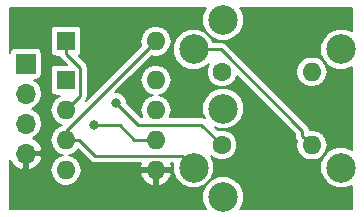
<source format=gbr>
G04 #@! TF.GenerationSoftware,KiCad,Pcbnew,(5.0.2)-1*
G04 #@! TF.CreationDate,2019-05-06T18:27:32+02:00*
G04 #@! TF.ProjectId,VolcaModularMidi,566f6c63-614d-46f6-9475-6c61724d6964,rev?*
G04 #@! TF.SameCoordinates,Original*
G04 #@! TF.FileFunction,Copper,L2,Bot*
G04 #@! TF.FilePolarity,Positive*
%FSLAX46Y46*%
G04 Gerber Fmt 4.6, Leading zero omitted, Abs format (unit mm)*
G04 Created by KiCad (PCBNEW (5.0.2)-1) date 06/05/2019 18:27:32*
%MOMM*%
%LPD*%
G01*
G04 APERTURE LIST*
G04 #@! TA.AperFunction,ComponentPad*
%ADD10R,1.700000X1.700000*%
G04 #@! TD*
G04 #@! TA.AperFunction,ComponentPad*
%ADD11O,1.700000X1.700000*%
G04 #@! TD*
G04 #@! TA.AperFunction,ComponentPad*
%ADD12R,1.600000X1.600000*%
G04 #@! TD*
G04 #@! TA.AperFunction,ComponentPad*
%ADD13O,1.600000X1.600000*%
G04 #@! TD*
G04 #@! TA.AperFunction,ComponentPad*
%ADD14C,1.600000*%
G04 #@! TD*
G04 #@! TA.AperFunction,ComponentPad*
%ADD15C,2.499360*%
G04 #@! TD*
G04 #@! TA.AperFunction,ViaPad*
%ADD16C,0.800000*%
G04 #@! TD*
G04 #@! TA.AperFunction,Conductor*
%ADD17C,0.250000*%
G04 #@! TD*
G04 #@! TA.AperFunction,Conductor*
%ADD18C,0.200000*%
G04 #@! TD*
G04 APERTURE END LIST*
D10*
G04 #@! TO.P,J1,1*
G04 #@! TO.N,RX*
X118861596Y-111813550D03*
D11*
G04 #@! TO.P,J1,2*
G04 #@! TO.N,TX*
X118861596Y-114353550D03*
G04 #@! TO.P,J1,3*
G04 #@! TO.N,VCC*
X118861596Y-116893550D03*
G04 #@! TO.P,J1,4*
G04 #@! TO.N,GND*
X118861596Y-119433550D03*
G04 #@! TD*
D12*
G04 #@! TO.P,U1,1*
G04 #@! TO.N,Net-(U1-Pad1)*
X122261596Y-113213550D03*
D13*
G04 #@! TO.P,U1,5*
G04 #@! TO.N,GND*
X129881596Y-120833550D03*
G04 #@! TO.P,U1,2*
G04 #@! TO.N,Net-(D1-Pad1)*
X122261596Y-115753550D03*
G04 #@! TO.P,U1,6*
G04 #@! TO.N,RX*
X129881596Y-118293550D03*
G04 #@! TO.P,U1,3*
G04 #@! TO.N,Net-(D1-Pad2)*
X122261596Y-118293550D03*
G04 #@! TO.P,U1,7*
G04 #@! TO.N,Net-(U1-Pad7)*
X129881596Y-115753550D03*
G04 #@! TO.P,U1,4*
G04 #@! TO.N,Net-(U1-Pad4)*
X122261596Y-120833550D03*
G04 #@! TO.P,U1,8*
G04 #@! TO.N,VCC*
X129881596Y-113213550D03*
G04 #@! TD*
G04 #@! TO.P,R2,2*
G04 #@! TO.N,RX*
X143081596Y-112513550D03*
D14*
G04 #@! TO.P,R2,1*
G04 #@! TO.N,VCC*
X135461596Y-112513550D03*
G04 #@! TD*
G04 #@! TO.P,R1,1*
G04 #@! TO.N,Net-(D1-Pad1)*
X135461596Y-118713550D03*
D13*
G04 #@! TO.P,R1,2*
G04 #@! TO.N,Net-(J2-Pad4)*
X143081596Y-118713550D03*
G04 #@! TD*
D15*
G04 #@! TO.P,J2,3*
G04 #@! TO.N,Net-(J2-Pad3)*
X135564396Y-123111630D03*
G04 #@! TO.P,J2,4*
G04 #@! TO.N,Net-(J2-Pad4)*
X133062496Y-110617370D03*
G04 #@! TO.P,J2,2*
G04 #@! TO.N,Net-(J2-Pad2)*
X135561856Y-115613550D03*
G04 #@! TO.P,J2,1*
G04 #@! TO.N,Net-(J2-Pad1)*
X135564396Y-108115470D03*
G04 #@! TO.P,J2,5*
G04 #@! TO.N,Net-(D1-Pad2)*
X133062496Y-120609730D03*
G04 #@! TO.P,J2,*
G04 #@! TO.N,*
X145559296Y-110612290D03*
X145559296Y-120614810D03*
G04 #@! TD*
D12*
G04 #@! TO.P,D1,1*
G04 #@! TO.N,Net-(D1-Pad1)*
X122261596Y-109913550D03*
D13*
G04 #@! TO.P,D1,2*
G04 #@! TO.N,Net-(D1-Pad2)*
X129881596Y-109913550D03*
G04 #@! TD*
D16*
G04 #@! TO.N,Net-(D1-Pad1)*
X126500000Y-115150000D03*
G04 #@! TO.N,RX*
X124600000Y-117050000D03*
G04 #@! TD*
D17*
G04 #@! TO.N,Net-(D1-Pad1)*
X123061595Y-114953551D02*
X122261596Y-115753550D01*
X123486597Y-114528549D02*
X123061595Y-114953551D01*
X123486597Y-112188551D02*
X123486597Y-114528549D01*
X122261596Y-110963550D02*
X123486597Y-112188551D01*
X122261596Y-109913550D02*
X122261596Y-110963550D01*
X133726597Y-116978551D02*
X128328551Y-116978551D01*
X135461596Y-118713550D02*
X133726597Y-116978551D01*
X128328551Y-116978551D02*
X126500000Y-115150000D01*
X126500000Y-115150000D02*
X126500000Y-115150000D01*
G04 #@! TO.N,Net-(D1-Pad2)*
X122261596Y-117533550D02*
X122261596Y-118293550D01*
X129881596Y-109913550D02*
X122261596Y-117533550D01*
X132061315Y-119608549D02*
X133062496Y-120609730D01*
X124707965Y-119608549D02*
X132061315Y-119608549D01*
X123392966Y-118293550D02*
X124707965Y-119608549D01*
X122261596Y-118293550D02*
X123392966Y-118293550D01*
G04 #@! TO.N,Net-(J2-Pad4)*
X134829810Y-110617370D02*
X133062496Y-110617370D01*
X135378418Y-110617370D02*
X134829810Y-110617370D01*
X142281597Y-117520549D02*
X135378418Y-110617370D01*
X142281597Y-117913551D02*
X142281597Y-117520549D01*
X143081596Y-118713550D02*
X142281597Y-117913551D01*
G04 #@! TO.N,RX*
X124600000Y-117050000D02*
X126800000Y-117050000D01*
X128043550Y-118293550D02*
X129881596Y-118293550D01*
X126800000Y-117050000D02*
X128043550Y-118293550D01*
G04 #@! TD*
D18*
G04 #@! TO.N,GND*
G36*
X134081089Y-107124356D02*
X133814716Y-107767437D01*
X133814716Y-108463503D01*
X134081089Y-109106584D01*
X134573282Y-109598777D01*
X135216363Y-109865150D01*
X135912429Y-109865150D01*
X136555510Y-109598777D01*
X137047703Y-109106584D01*
X137314076Y-108463503D01*
X137314076Y-107767437D01*
X137047703Y-107124356D01*
X136986897Y-107063550D01*
X146451597Y-107063550D01*
X146451597Y-109088053D01*
X145907329Y-108862610D01*
X145211263Y-108862610D01*
X144568182Y-109128983D01*
X144075989Y-109621176D01*
X143809616Y-110264257D01*
X143809616Y-110960323D01*
X144075989Y-111603404D01*
X144568182Y-112095597D01*
X145211263Y-112361970D01*
X145907329Y-112361970D01*
X146451597Y-112136527D01*
X146451596Y-119090573D01*
X145907329Y-118865130D01*
X145211263Y-118865130D01*
X144568182Y-119131503D01*
X144075989Y-119623696D01*
X143809616Y-120266777D01*
X143809616Y-120962843D01*
X144075989Y-121605924D01*
X144568182Y-122098117D01*
X145211263Y-122364490D01*
X145907329Y-122364490D01*
X146451596Y-122139047D01*
X146451596Y-124163550D01*
X136986897Y-124163550D01*
X137047703Y-124102744D01*
X137314076Y-123459663D01*
X137314076Y-122763597D01*
X137047703Y-122120516D01*
X136555510Y-121628323D01*
X135912429Y-121361950D01*
X135216363Y-121361950D01*
X134573282Y-121628323D01*
X134081089Y-122120516D01*
X133814716Y-122763597D01*
X133814716Y-123459663D01*
X134081089Y-124102744D01*
X134141895Y-124163550D01*
X117511596Y-124163550D01*
X117511596Y-119952263D01*
X117598119Y-120161166D01*
X117972742Y-120589291D01*
X118482685Y-120841465D01*
X118707596Y-120731406D01*
X118707596Y-119587550D01*
X119015596Y-119587550D01*
X119015596Y-120731406D01*
X119240507Y-120841465D01*
X119750450Y-120589291D01*
X120125073Y-120161166D01*
X120269499Y-119812460D01*
X120158485Y-119587550D01*
X119015596Y-119587550D01*
X118707596Y-119587550D01*
X118687596Y-119587550D01*
X118687596Y-119279550D01*
X118707596Y-119279550D01*
X118707596Y-119259550D01*
X119015596Y-119259550D01*
X119015596Y-119279550D01*
X120158485Y-119279550D01*
X120269499Y-119054640D01*
X120125073Y-118705934D01*
X119750450Y-118277809D01*
X119445519Y-118127016D01*
X119834892Y-117866846D01*
X120133268Y-117420294D01*
X120238044Y-116893550D01*
X120133268Y-116366806D01*
X119834892Y-115920254D01*
X119585402Y-115753550D01*
X120936128Y-115753550D01*
X121037023Y-116260785D01*
X121324349Y-116690797D01*
X121754361Y-116978123D01*
X121903480Y-117007784D01*
X121864119Y-117047145D01*
X121754361Y-117068977D01*
X121324349Y-117356303D01*
X121037023Y-117786315D01*
X120936128Y-118293550D01*
X121037023Y-118800785D01*
X121324349Y-119230797D01*
X121754361Y-119518123D01*
X121982738Y-119563550D01*
X121754361Y-119608977D01*
X121324349Y-119896303D01*
X121037023Y-120326315D01*
X120936128Y-120833550D01*
X121037023Y-121340785D01*
X121324349Y-121770797D01*
X121754361Y-122058123D01*
X122133559Y-122133550D01*
X122389633Y-122133550D01*
X122768831Y-122058123D01*
X123198843Y-121770797D01*
X123486169Y-121340785D01*
X123513259Y-121204592D01*
X128523365Y-121204592D01*
X128658805Y-121531606D01*
X129019019Y-121946411D01*
X129510552Y-122191793D01*
X129727596Y-122081115D01*
X129727596Y-120987550D01*
X130035596Y-120987550D01*
X130035596Y-122081115D01*
X130252640Y-122191793D01*
X130744173Y-121946411D01*
X131104387Y-121531606D01*
X131239827Y-121204592D01*
X131128119Y-120987550D01*
X130035596Y-120987550D01*
X129727596Y-120987550D01*
X128635073Y-120987550D01*
X128523365Y-121204592D01*
X123513259Y-121204592D01*
X123587064Y-120833550D01*
X123486169Y-120326315D01*
X123198843Y-119896303D01*
X122768831Y-119608977D01*
X122540454Y-119563550D01*
X122768831Y-119518123D01*
X123198843Y-119230797D01*
X123297973Y-119082439D01*
X124222496Y-120006964D01*
X124257365Y-120059149D01*
X124464102Y-120197286D01*
X124646410Y-120233549D01*
X124707964Y-120245793D01*
X124769518Y-120233549D01*
X128618193Y-120233549D01*
X128523365Y-120462508D01*
X128635073Y-120679550D01*
X129727596Y-120679550D01*
X129727596Y-120659550D01*
X130035596Y-120659550D01*
X130035596Y-120679550D01*
X131128119Y-120679550D01*
X131239827Y-120462508D01*
X131144999Y-120233549D01*
X131324475Y-120233549D01*
X131312816Y-120261697D01*
X131312816Y-120957763D01*
X131579189Y-121600844D01*
X132071382Y-122093037D01*
X132714463Y-122359410D01*
X133410529Y-122359410D01*
X134053610Y-122093037D01*
X134545803Y-121600844D01*
X134812176Y-120957763D01*
X134812176Y-120261697D01*
X134558262Y-119648694D01*
X134725205Y-119815637D01*
X135203010Y-120013550D01*
X135720182Y-120013550D01*
X136197987Y-119815637D01*
X136563683Y-119449941D01*
X136761596Y-118972136D01*
X136761596Y-118454964D01*
X136563683Y-117977159D01*
X136197987Y-117611463D01*
X135720182Y-117413550D01*
X135203010Y-117413550D01*
X135091618Y-117459690D01*
X134840539Y-117208611D01*
X135213823Y-117363230D01*
X135909889Y-117363230D01*
X136552970Y-117096857D01*
X137045163Y-116604664D01*
X137311536Y-115961583D01*
X137311536Y-115265517D01*
X137045163Y-114622436D01*
X136552970Y-114130243D01*
X135909889Y-113863870D01*
X135213823Y-113863870D01*
X134570742Y-114130243D01*
X134078549Y-114622436D01*
X133812176Y-115265517D01*
X133812176Y-115961583D01*
X133996863Y-116407456D01*
X133970460Y-116389814D01*
X133788152Y-116353551D01*
X133726597Y-116341307D01*
X133665042Y-116353551D01*
X131044184Y-116353551D01*
X131106169Y-116260785D01*
X131207064Y-115753550D01*
X131106169Y-115246315D01*
X130818843Y-114816303D01*
X130388831Y-114528977D01*
X130160454Y-114483550D01*
X130388831Y-114438123D01*
X130818843Y-114150797D01*
X131106169Y-113720785D01*
X131207064Y-113213550D01*
X131106169Y-112706315D01*
X130818843Y-112276303D01*
X130388831Y-111988977D01*
X130009633Y-111913550D01*
X129753559Y-111913550D01*
X129374361Y-111988977D01*
X128944349Y-112276303D01*
X128657023Y-112706315D01*
X128556128Y-113213550D01*
X128657023Y-113720785D01*
X128944349Y-114150797D01*
X129374361Y-114438123D01*
X129602738Y-114483550D01*
X129374361Y-114528977D01*
X128944349Y-114816303D01*
X128657023Y-115246315D01*
X128556128Y-115753550D01*
X128657023Y-116260785D01*
X128719008Y-116353551D01*
X128587434Y-116353551D01*
X127400000Y-115166118D01*
X127400000Y-114970979D01*
X127262983Y-114640191D01*
X127009809Y-114387017D01*
X126679021Y-114250000D01*
X126429029Y-114250000D01*
X129513275Y-111165755D01*
X129753559Y-111213550D01*
X130009633Y-111213550D01*
X130388831Y-111138123D01*
X130818843Y-110850797D01*
X131106169Y-110420785D01*
X131136293Y-110269337D01*
X131312816Y-110269337D01*
X131312816Y-110965403D01*
X131579189Y-111608484D01*
X132071382Y-112100677D01*
X132714463Y-112367050D01*
X133410529Y-112367050D01*
X134053610Y-112100677D01*
X134347051Y-111807236D01*
X134161596Y-112254964D01*
X134161596Y-112772136D01*
X134359509Y-113249941D01*
X134725205Y-113615637D01*
X135203010Y-113813550D01*
X135720182Y-113813550D01*
X136197987Y-113615637D01*
X136563683Y-113249941D01*
X136728706Y-112851540D01*
X141656597Y-117779433D01*
X141656597Y-117851996D01*
X141644353Y-117913551D01*
X141666648Y-118025635D01*
X141692860Y-118157413D01*
X141826859Y-118357958D01*
X141756128Y-118713550D01*
X141857023Y-119220785D01*
X142144349Y-119650797D01*
X142574361Y-119938123D01*
X142953559Y-120013550D01*
X143209633Y-120013550D01*
X143588831Y-119938123D01*
X144018843Y-119650797D01*
X144306169Y-119220785D01*
X144407064Y-118713550D01*
X144306169Y-118206315D01*
X144018843Y-117776303D01*
X143588831Y-117488977D01*
X143209633Y-117413550D01*
X142953559Y-117413550D01*
X142899689Y-117424265D01*
X142898899Y-117420294D01*
X142870334Y-117276686D01*
X142732197Y-117069949D01*
X142680012Y-117035080D01*
X138158481Y-112513550D01*
X141756128Y-112513550D01*
X141857023Y-113020785D01*
X142144349Y-113450797D01*
X142574361Y-113738123D01*
X142953559Y-113813550D01*
X143209633Y-113813550D01*
X143588831Y-113738123D01*
X144018843Y-113450797D01*
X144306169Y-113020785D01*
X144407064Y-112513550D01*
X144306169Y-112006315D01*
X144018843Y-111576303D01*
X143588831Y-111288977D01*
X143209633Y-111213550D01*
X142953559Y-111213550D01*
X142574361Y-111288977D01*
X142144349Y-111576303D01*
X141857023Y-112006315D01*
X141756128Y-112513550D01*
X138158481Y-112513550D01*
X135863890Y-110218960D01*
X135829018Y-110166770D01*
X135622281Y-110028633D01*
X135439973Y-109992370D01*
X135378418Y-109980126D01*
X135316863Y-109992370D01*
X134697452Y-109992370D01*
X134545803Y-109626256D01*
X134053610Y-109134063D01*
X133410529Y-108867690D01*
X132714463Y-108867690D01*
X132071382Y-109134063D01*
X131579189Y-109626256D01*
X131312816Y-110269337D01*
X131136293Y-110269337D01*
X131207064Y-109913550D01*
X131106169Y-109406315D01*
X130818843Y-108976303D01*
X130388831Y-108688977D01*
X130009633Y-108613550D01*
X129753559Y-108613550D01*
X129374361Y-108688977D01*
X128944349Y-108976303D01*
X128657023Y-109406315D01*
X128556128Y-109913550D01*
X128629391Y-110281871D01*
X123947432Y-114963832D01*
X124075334Y-114772412D01*
X124111597Y-114590104D01*
X124123841Y-114528549D01*
X124111597Y-114466994D01*
X124111597Y-112250105D01*
X124123841Y-112188550D01*
X124075334Y-111944688D01*
X124047983Y-111903755D01*
X123937197Y-111737951D01*
X123885010Y-111703081D01*
X123322495Y-111140567D01*
X123422076Y-111074030D01*
X123532585Y-110908640D01*
X123571391Y-110713550D01*
X123571391Y-109113550D01*
X123532585Y-108918460D01*
X123422076Y-108753070D01*
X123256686Y-108642561D01*
X123061596Y-108603755D01*
X121461596Y-108603755D01*
X121266506Y-108642561D01*
X121101116Y-108753070D01*
X120990607Y-108918460D01*
X120951801Y-109113550D01*
X120951801Y-110713550D01*
X120990607Y-110908640D01*
X121101116Y-111074030D01*
X121266506Y-111184539D01*
X121461596Y-111223345D01*
X121683505Y-111223345D01*
X121810997Y-111414150D01*
X121863184Y-111449020D01*
X122317919Y-111903755D01*
X121461596Y-111903755D01*
X121266506Y-111942561D01*
X121101116Y-112053070D01*
X120990607Y-112218460D01*
X120951801Y-112413550D01*
X120951801Y-114013550D01*
X120990607Y-114208640D01*
X121101116Y-114374030D01*
X121266506Y-114484539D01*
X121461596Y-114523345D01*
X121782675Y-114523345D01*
X121754361Y-114528977D01*
X121324349Y-114816303D01*
X121037023Y-115246315D01*
X120936128Y-115753550D01*
X119585402Y-115753550D01*
X119390842Y-115623550D01*
X119834892Y-115326846D01*
X120133268Y-114880294D01*
X120238044Y-114353550D01*
X120133268Y-113826806D01*
X119834892Y-113380254D01*
X119525230Y-113173345D01*
X119711596Y-113173345D01*
X119906686Y-113134539D01*
X120072076Y-113024030D01*
X120182585Y-112858640D01*
X120221391Y-112663550D01*
X120221391Y-110963550D01*
X120182585Y-110768460D01*
X120072076Y-110603070D01*
X119906686Y-110492561D01*
X119711596Y-110453755D01*
X118011596Y-110453755D01*
X117816506Y-110492561D01*
X117651116Y-110603070D01*
X117540607Y-110768460D01*
X117511596Y-110914307D01*
X117511596Y-107063550D01*
X134141895Y-107063550D01*
X134081089Y-107124356D01*
X134081089Y-107124356D01*
G37*
X134081089Y-107124356D02*
X133814716Y-107767437D01*
X133814716Y-108463503D01*
X134081089Y-109106584D01*
X134573282Y-109598777D01*
X135216363Y-109865150D01*
X135912429Y-109865150D01*
X136555510Y-109598777D01*
X137047703Y-109106584D01*
X137314076Y-108463503D01*
X137314076Y-107767437D01*
X137047703Y-107124356D01*
X136986897Y-107063550D01*
X146451597Y-107063550D01*
X146451597Y-109088053D01*
X145907329Y-108862610D01*
X145211263Y-108862610D01*
X144568182Y-109128983D01*
X144075989Y-109621176D01*
X143809616Y-110264257D01*
X143809616Y-110960323D01*
X144075989Y-111603404D01*
X144568182Y-112095597D01*
X145211263Y-112361970D01*
X145907329Y-112361970D01*
X146451597Y-112136527D01*
X146451596Y-119090573D01*
X145907329Y-118865130D01*
X145211263Y-118865130D01*
X144568182Y-119131503D01*
X144075989Y-119623696D01*
X143809616Y-120266777D01*
X143809616Y-120962843D01*
X144075989Y-121605924D01*
X144568182Y-122098117D01*
X145211263Y-122364490D01*
X145907329Y-122364490D01*
X146451596Y-122139047D01*
X146451596Y-124163550D01*
X136986897Y-124163550D01*
X137047703Y-124102744D01*
X137314076Y-123459663D01*
X137314076Y-122763597D01*
X137047703Y-122120516D01*
X136555510Y-121628323D01*
X135912429Y-121361950D01*
X135216363Y-121361950D01*
X134573282Y-121628323D01*
X134081089Y-122120516D01*
X133814716Y-122763597D01*
X133814716Y-123459663D01*
X134081089Y-124102744D01*
X134141895Y-124163550D01*
X117511596Y-124163550D01*
X117511596Y-119952263D01*
X117598119Y-120161166D01*
X117972742Y-120589291D01*
X118482685Y-120841465D01*
X118707596Y-120731406D01*
X118707596Y-119587550D01*
X119015596Y-119587550D01*
X119015596Y-120731406D01*
X119240507Y-120841465D01*
X119750450Y-120589291D01*
X120125073Y-120161166D01*
X120269499Y-119812460D01*
X120158485Y-119587550D01*
X119015596Y-119587550D01*
X118707596Y-119587550D01*
X118687596Y-119587550D01*
X118687596Y-119279550D01*
X118707596Y-119279550D01*
X118707596Y-119259550D01*
X119015596Y-119259550D01*
X119015596Y-119279550D01*
X120158485Y-119279550D01*
X120269499Y-119054640D01*
X120125073Y-118705934D01*
X119750450Y-118277809D01*
X119445519Y-118127016D01*
X119834892Y-117866846D01*
X120133268Y-117420294D01*
X120238044Y-116893550D01*
X120133268Y-116366806D01*
X119834892Y-115920254D01*
X119585402Y-115753550D01*
X120936128Y-115753550D01*
X121037023Y-116260785D01*
X121324349Y-116690797D01*
X121754361Y-116978123D01*
X121903480Y-117007784D01*
X121864119Y-117047145D01*
X121754361Y-117068977D01*
X121324349Y-117356303D01*
X121037023Y-117786315D01*
X120936128Y-118293550D01*
X121037023Y-118800785D01*
X121324349Y-119230797D01*
X121754361Y-119518123D01*
X121982738Y-119563550D01*
X121754361Y-119608977D01*
X121324349Y-119896303D01*
X121037023Y-120326315D01*
X120936128Y-120833550D01*
X121037023Y-121340785D01*
X121324349Y-121770797D01*
X121754361Y-122058123D01*
X122133559Y-122133550D01*
X122389633Y-122133550D01*
X122768831Y-122058123D01*
X123198843Y-121770797D01*
X123486169Y-121340785D01*
X123513259Y-121204592D01*
X128523365Y-121204592D01*
X128658805Y-121531606D01*
X129019019Y-121946411D01*
X129510552Y-122191793D01*
X129727596Y-122081115D01*
X129727596Y-120987550D01*
X130035596Y-120987550D01*
X130035596Y-122081115D01*
X130252640Y-122191793D01*
X130744173Y-121946411D01*
X131104387Y-121531606D01*
X131239827Y-121204592D01*
X131128119Y-120987550D01*
X130035596Y-120987550D01*
X129727596Y-120987550D01*
X128635073Y-120987550D01*
X128523365Y-121204592D01*
X123513259Y-121204592D01*
X123587064Y-120833550D01*
X123486169Y-120326315D01*
X123198843Y-119896303D01*
X122768831Y-119608977D01*
X122540454Y-119563550D01*
X122768831Y-119518123D01*
X123198843Y-119230797D01*
X123297973Y-119082439D01*
X124222496Y-120006964D01*
X124257365Y-120059149D01*
X124464102Y-120197286D01*
X124646410Y-120233549D01*
X124707964Y-120245793D01*
X124769518Y-120233549D01*
X128618193Y-120233549D01*
X128523365Y-120462508D01*
X128635073Y-120679550D01*
X129727596Y-120679550D01*
X129727596Y-120659550D01*
X130035596Y-120659550D01*
X130035596Y-120679550D01*
X131128119Y-120679550D01*
X131239827Y-120462508D01*
X131144999Y-120233549D01*
X131324475Y-120233549D01*
X131312816Y-120261697D01*
X131312816Y-120957763D01*
X131579189Y-121600844D01*
X132071382Y-122093037D01*
X132714463Y-122359410D01*
X133410529Y-122359410D01*
X134053610Y-122093037D01*
X134545803Y-121600844D01*
X134812176Y-120957763D01*
X134812176Y-120261697D01*
X134558262Y-119648694D01*
X134725205Y-119815637D01*
X135203010Y-120013550D01*
X135720182Y-120013550D01*
X136197987Y-119815637D01*
X136563683Y-119449941D01*
X136761596Y-118972136D01*
X136761596Y-118454964D01*
X136563683Y-117977159D01*
X136197987Y-117611463D01*
X135720182Y-117413550D01*
X135203010Y-117413550D01*
X135091618Y-117459690D01*
X134840539Y-117208611D01*
X135213823Y-117363230D01*
X135909889Y-117363230D01*
X136552970Y-117096857D01*
X137045163Y-116604664D01*
X137311536Y-115961583D01*
X137311536Y-115265517D01*
X137045163Y-114622436D01*
X136552970Y-114130243D01*
X135909889Y-113863870D01*
X135213823Y-113863870D01*
X134570742Y-114130243D01*
X134078549Y-114622436D01*
X133812176Y-115265517D01*
X133812176Y-115961583D01*
X133996863Y-116407456D01*
X133970460Y-116389814D01*
X133788152Y-116353551D01*
X133726597Y-116341307D01*
X133665042Y-116353551D01*
X131044184Y-116353551D01*
X131106169Y-116260785D01*
X131207064Y-115753550D01*
X131106169Y-115246315D01*
X130818843Y-114816303D01*
X130388831Y-114528977D01*
X130160454Y-114483550D01*
X130388831Y-114438123D01*
X130818843Y-114150797D01*
X131106169Y-113720785D01*
X131207064Y-113213550D01*
X131106169Y-112706315D01*
X130818843Y-112276303D01*
X130388831Y-111988977D01*
X130009633Y-111913550D01*
X129753559Y-111913550D01*
X129374361Y-111988977D01*
X128944349Y-112276303D01*
X128657023Y-112706315D01*
X128556128Y-113213550D01*
X128657023Y-113720785D01*
X128944349Y-114150797D01*
X129374361Y-114438123D01*
X129602738Y-114483550D01*
X129374361Y-114528977D01*
X128944349Y-114816303D01*
X128657023Y-115246315D01*
X128556128Y-115753550D01*
X128657023Y-116260785D01*
X128719008Y-116353551D01*
X128587434Y-116353551D01*
X127400000Y-115166118D01*
X127400000Y-114970979D01*
X127262983Y-114640191D01*
X127009809Y-114387017D01*
X126679021Y-114250000D01*
X126429029Y-114250000D01*
X129513275Y-111165755D01*
X129753559Y-111213550D01*
X130009633Y-111213550D01*
X130388831Y-111138123D01*
X130818843Y-110850797D01*
X131106169Y-110420785D01*
X131136293Y-110269337D01*
X131312816Y-110269337D01*
X131312816Y-110965403D01*
X131579189Y-111608484D01*
X132071382Y-112100677D01*
X132714463Y-112367050D01*
X133410529Y-112367050D01*
X134053610Y-112100677D01*
X134347051Y-111807236D01*
X134161596Y-112254964D01*
X134161596Y-112772136D01*
X134359509Y-113249941D01*
X134725205Y-113615637D01*
X135203010Y-113813550D01*
X135720182Y-113813550D01*
X136197987Y-113615637D01*
X136563683Y-113249941D01*
X136728706Y-112851540D01*
X141656597Y-117779433D01*
X141656597Y-117851996D01*
X141644353Y-117913551D01*
X141666648Y-118025635D01*
X141692860Y-118157413D01*
X141826859Y-118357958D01*
X141756128Y-118713550D01*
X141857023Y-119220785D01*
X142144349Y-119650797D01*
X142574361Y-119938123D01*
X142953559Y-120013550D01*
X143209633Y-120013550D01*
X143588831Y-119938123D01*
X144018843Y-119650797D01*
X144306169Y-119220785D01*
X144407064Y-118713550D01*
X144306169Y-118206315D01*
X144018843Y-117776303D01*
X143588831Y-117488977D01*
X143209633Y-117413550D01*
X142953559Y-117413550D01*
X142899689Y-117424265D01*
X142898899Y-117420294D01*
X142870334Y-117276686D01*
X142732197Y-117069949D01*
X142680012Y-117035080D01*
X138158481Y-112513550D01*
X141756128Y-112513550D01*
X141857023Y-113020785D01*
X142144349Y-113450797D01*
X142574361Y-113738123D01*
X142953559Y-113813550D01*
X143209633Y-113813550D01*
X143588831Y-113738123D01*
X144018843Y-113450797D01*
X144306169Y-113020785D01*
X144407064Y-112513550D01*
X144306169Y-112006315D01*
X144018843Y-111576303D01*
X143588831Y-111288977D01*
X143209633Y-111213550D01*
X142953559Y-111213550D01*
X142574361Y-111288977D01*
X142144349Y-111576303D01*
X141857023Y-112006315D01*
X141756128Y-112513550D01*
X138158481Y-112513550D01*
X135863890Y-110218960D01*
X135829018Y-110166770D01*
X135622281Y-110028633D01*
X135439973Y-109992370D01*
X135378418Y-109980126D01*
X135316863Y-109992370D01*
X134697452Y-109992370D01*
X134545803Y-109626256D01*
X134053610Y-109134063D01*
X133410529Y-108867690D01*
X132714463Y-108867690D01*
X132071382Y-109134063D01*
X131579189Y-109626256D01*
X131312816Y-110269337D01*
X131136293Y-110269337D01*
X131207064Y-109913550D01*
X131106169Y-109406315D01*
X130818843Y-108976303D01*
X130388831Y-108688977D01*
X130009633Y-108613550D01*
X129753559Y-108613550D01*
X129374361Y-108688977D01*
X128944349Y-108976303D01*
X128657023Y-109406315D01*
X128556128Y-109913550D01*
X128629391Y-110281871D01*
X123947432Y-114963832D01*
X124075334Y-114772412D01*
X124111597Y-114590104D01*
X124123841Y-114528549D01*
X124111597Y-114466994D01*
X124111597Y-112250105D01*
X124123841Y-112188550D01*
X124075334Y-111944688D01*
X124047983Y-111903755D01*
X123937197Y-111737951D01*
X123885010Y-111703081D01*
X123322495Y-111140567D01*
X123422076Y-111074030D01*
X123532585Y-110908640D01*
X123571391Y-110713550D01*
X123571391Y-109113550D01*
X123532585Y-108918460D01*
X123422076Y-108753070D01*
X123256686Y-108642561D01*
X123061596Y-108603755D01*
X121461596Y-108603755D01*
X121266506Y-108642561D01*
X121101116Y-108753070D01*
X120990607Y-108918460D01*
X120951801Y-109113550D01*
X120951801Y-110713550D01*
X120990607Y-110908640D01*
X121101116Y-111074030D01*
X121266506Y-111184539D01*
X121461596Y-111223345D01*
X121683505Y-111223345D01*
X121810997Y-111414150D01*
X121863184Y-111449020D01*
X122317919Y-111903755D01*
X121461596Y-111903755D01*
X121266506Y-111942561D01*
X121101116Y-112053070D01*
X120990607Y-112218460D01*
X120951801Y-112413550D01*
X120951801Y-114013550D01*
X120990607Y-114208640D01*
X121101116Y-114374030D01*
X121266506Y-114484539D01*
X121461596Y-114523345D01*
X121782675Y-114523345D01*
X121754361Y-114528977D01*
X121324349Y-114816303D01*
X121037023Y-115246315D01*
X120936128Y-115753550D01*
X119585402Y-115753550D01*
X119390842Y-115623550D01*
X119834892Y-115326846D01*
X120133268Y-114880294D01*
X120238044Y-114353550D01*
X120133268Y-113826806D01*
X119834892Y-113380254D01*
X119525230Y-113173345D01*
X119711596Y-113173345D01*
X119906686Y-113134539D01*
X120072076Y-113024030D01*
X120182585Y-112858640D01*
X120221391Y-112663550D01*
X120221391Y-110963550D01*
X120182585Y-110768460D01*
X120072076Y-110603070D01*
X119906686Y-110492561D01*
X119711596Y-110453755D01*
X118011596Y-110453755D01*
X117816506Y-110492561D01*
X117651116Y-110603070D01*
X117540607Y-110768460D01*
X117511596Y-110914307D01*
X117511596Y-107063550D01*
X134141895Y-107063550D01*
X134081089Y-107124356D01*
G04 #@! TD*
M02*

</source>
